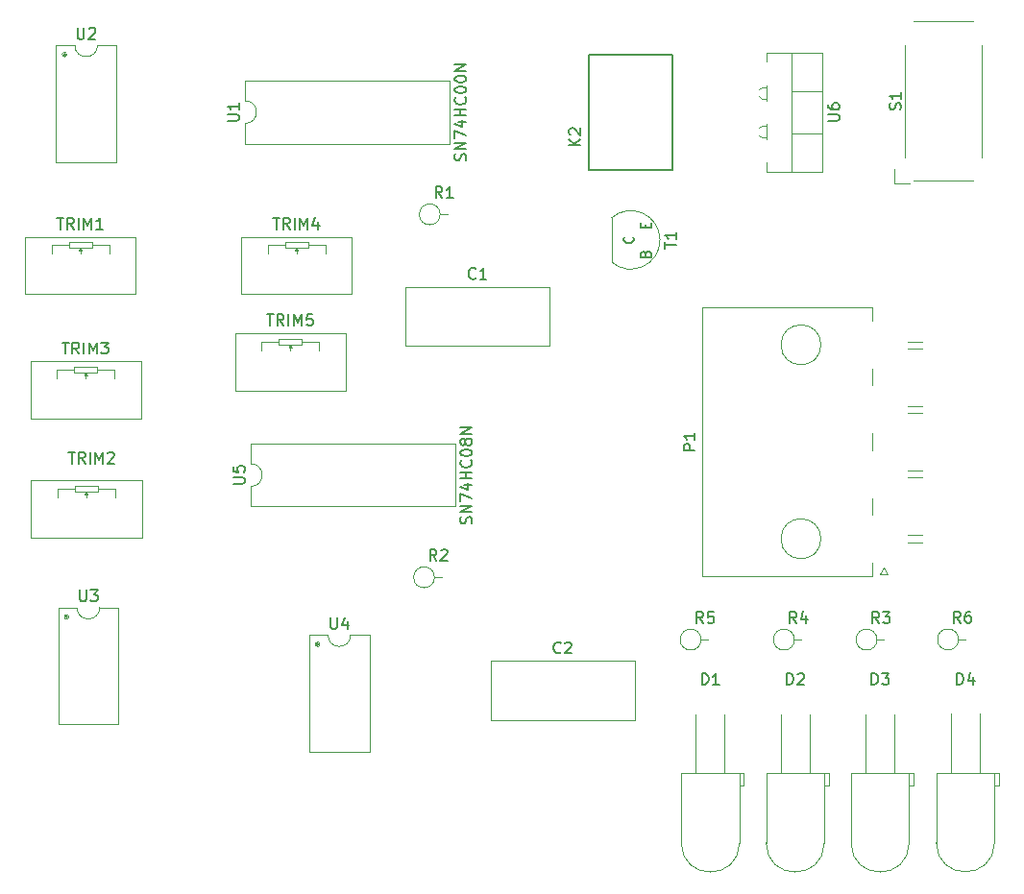
<source format=gbr>
%TF.GenerationSoftware,KiCad,Pcbnew,9.0.4*%
%TF.CreationDate,2025-09-28T20:49:05+05:30*%
%TF.ProjectId,BSPD_v2,42535044-5f76-4322-9e6b-696361645f70,rev?*%
%TF.SameCoordinates,Original*%
%TF.FileFunction,Legend,Top*%
%TF.FilePolarity,Positive*%
%FSLAX46Y46*%
G04 Gerber Fmt 4.6, Leading zero omitted, Abs format (unit mm)*
G04 Created by KiCad (PCBNEW 9.0.4) date 2025-09-28 20:49:05*
%MOMM*%
%LPD*%
G01*
G04 APERTURE LIST*
%ADD10C,0.150000*%
%ADD11C,0.120000*%
%ADD12C,0.127000*%
G04 APERTURE END LIST*
D10*
X77428095Y-110624819D02*
X77428095Y-111434342D01*
X77428095Y-111434342D02*
X77475714Y-111529580D01*
X77475714Y-111529580D02*
X77523333Y-111577200D01*
X77523333Y-111577200D02*
X77618571Y-111624819D01*
X77618571Y-111624819D02*
X77809047Y-111624819D01*
X77809047Y-111624819D02*
X77904285Y-111577200D01*
X77904285Y-111577200D02*
X77951904Y-111529580D01*
X77951904Y-111529580D02*
X77999523Y-111434342D01*
X77999523Y-111434342D02*
X77999523Y-110624819D01*
X78380476Y-110624819D02*
X78999523Y-110624819D01*
X78999523Y-110624819D02*
X78666190Y-111005771D01*
X78666190Y-111005771D02*
X78809047Y-111005771D01*
X78809047Y-111005771D02*
X78904285Y-111053390D01*
X78904285Y-111053390D02*
X78951904Y-111101009D01*
X78951904Y-111101009D02*
X78999523Y-111196247D01*
X78999523Y-111196247D02*
X78999523Y-111434342D01*
X78999523Y-111434342D02*
X78951904Y-111529580D01*
X78951904Y-111529580D02*
X78904285Y-111577200D01*
X78904285Y-111577200D02*
X78809047Y-111624819D01*
X78809047Y-111624819D02*
X78523333Y-111624819D01*
X78523333Y-111624819D02*
X78428095Y-111577200D01*
X78428095Y-111577200D02*
X78380476Y-111529580D01*
X77238095Y-61044819D02*
X77238095Y-61854342D01*
X77238095Y-61854342D02*
X77285714Y-61949580D01*
X77285714Y-61949580D02*
X77333333Y-61997200D01*
X77333333Y-61997200D02*
X77428571Y-62044819D01*
X77428571Y-62044819D02*
X77619047Y-62044819D01*
X77619047Y-62044819D02*
X77714285Y-61997200D01*
X77714285Y-61997200D02*
X77761904Y-61949580D01*
X77761904Y-61949580D02*
X77809523Y-61854342D01*
X77809523Y-61854342D02*
X77809523Y-61044819D01*
X78238095Y-61140057D02*
X78285714Y-61092438D01*
X78285714Y-61092438D02*
X78380952Y-61044819D01*
X78380952Y-61044819D02*
X78619047Y-61044819D01*
X78619047Y-61044819D02*
X78714285Y-61092438D01*
X78714285Y-61092438D02*
X78761904Y-61140057D01*
X78761904Y-61140057D02*
X78809523Y-61235295D01*
X78809523Y-61235295D02*
X78809523Y-61330533D01*
X78809523Y-61330533D02*
X78761904Y-61473390D01*
X78761904Y-61473390D02*
X78190476Y-62044819D01*
X78190476Y-62044819D02*
X78809523Y-62044819D01*
X155063333Y-113509819D02*
X154730000Y-113033628D01*
X154491905Y-113509819D02*
X154491905Y-112509819D01*
X154491905Y-112509819D02*
X154872857Y-112509819D01*
X154872857Y-112509819D02*
X154968095Y-112557438D01*
X154968095Y-112557438D02*
X155015714Y-112605057D01*
X155015714Y-112605057D02*
X155063333Y-112700295D01*
X155063333Y-112700295D02*
X155063333Y-112843152D01*
X155063333Y-112843152D02*
X155015714Y-112938390D01*
X155015714Y-112938390D02*
X154968095Y-112986009D01*
X154968095Y-112986009D02*
X154872857Y-113033628D01*
X154872857Y-113033628D02*
X154491905Y-113033628D01*
X155920476Y-112509819D02*
X155730000Y-112509819D01*
X155730000Y-112509819D02*
X155634762Y-112557438D01*
X155634762Y-112557438D02*
X155587143Y-112605057D01*
X155587143Y-112605057D02*
X155491905Y-112747914D01*
X155491905Y-112747914D02*
X155444286Y-112938390D01*
X155444286Y-112938390D02*
X155444286Y-113319342D01*
X155444286Y-113319342D02*
X155491905Y-113414580D01*
X155491905Y-113414580D02*
X155539524Y-113462200D01*
X155539524Y-113462200D02*
X155634762Y-113509819D01*
X155634762Y-113509819D02*
X155825238Y-113509819D01*
X155825238Y-113509819D02*
X155920476Y-113462200D01*
X155920476Y-113462200D02*
X155968095Y-113414580D01*
X155968095Y-113414580D02*
X156015714Y-113319342D01*
X156015714Y-113319342D02*
X156015714Y-113081247D01*
X156015714Y-113081247D02*
X155968095Y-112986009D01*
X155968095Y-112986009D02*
X155920476Y-112938390D01*
X155920476Y-112938390D02*
X155825238Y-112890771D01*
X155825238Y-112890771D02*
X155634762Y-112890771D01*
X155634762Y-112890771D02*
X155539524Y-112938390D01*
X155539524Y-112938390D02*
X155491905Y-112986009D01*
X155491905Y-112986009D02*
X155444286Y-113081247D01*
X121569819Y-71413094D02*
X120569819Y-71413094D01*
X121569819Y-70841666D02*
X120998390Y-71270237D01*
X120569819Y-70841666D02*
X121141247Y-71413094D01*
X120665057Y-70460713D02*
X120617438Y-70413094D01*
X120617438Y-70413094D02*
X120569819Y-70317856D01*
X120569819Y-70317856D02*
X120569819Y-70079761D01*
X120569819Y-70079761D02*
X120617438Y-69984523D01*
X120617438Y-69984523D02*
X120665057Y-69936904D01*
X120665057Y-69936904D02*
X120760295Y-69889285D01*
X120760295Y-69889285D02*
X120855533Y-69889285D01*
X120855533Y-69889285D02*
X120998390Y-69936904D01*
X120998390Y-69936904D02*
X121569819Y-70508332D01*
X121569819Y-70508332D02*
X121569819Y-69889285D01*
X154756905Y-118944819D02*
X154756905Y-117944819D01*
X154756905Y-117944819D02*
X154995000Y-117944819D01*
X154995000Y-117944819D02*
X155137857Y-117992438D01*
X155137857Y-117992438D02*
X155233095Y-118087676D01*
X155233095Y-118087676D02*
X155280714Y-118182914D01*
X155280714Y-118182914D02*
X155328333Y-118373390D01*
X155328333Y-118373390D02*
X155328333Y-118516247D01*
X155328333Y-118516247D02*
X155280714Y-118706723D01*
X155280714Y-118706723D02*
X155233095Y-118801961D01*
X155233095Y-118801961D02*
X155137857Y-118897200D01*
X155137857Y-118897200D02*
X154995000Y-118944819D01*
X154995000Y-118944819D02*
X154756905Y-118944819D01*
X156185476Y-118278152D02*
X156185476Y-118944819D01*
X155947381Y-117897200D02*
X155709286Y-118611485D01*
X155709286Y-118611485D02*
X156328333Y-118611485D01*
X131654819Y-98288094D02*
X130654819Y-98288094D01*
X130654819Y-98288094D02*
X130654819Y-97907142D01*
X130654819Y-97907142D02*
X130702438Y-97811904D01*
X130702438Y-97811904D02*
X130750057Y-97764285D01*
X130750057Y-97764285D02*
X130845295Y-97716666D01*
X130845295Y-97716666D02*
X130988152Y-97716666D01*
X130988152Y-97716666D02*
X131083390Y-97764285D01*
X131083390Y-97764285D02*
X131131009Y-97811904D01*
X131131009Y-97811904D02*
X131178628Y-97907142D01*
X131178628Y-97907142D02*
X131178628Y-98288094D01*
X131654819Y-96764285D02*
X131654819Y-97335713D01*
X131654819Y-97049999D02*
X130654819Y-97049999D01*
X130654819Y-97049999D02*
X130797676Y-97145237D01*
X130797676Y-97145237D02*
X130892914Y-97240475D01*
X130892914Y-97240475D02*
X130940533Y-97335713D01*
X147883333Y-113534819D02*
X147550000Y-113058628D01*
X147311905Y-113534819D02*
X147311905Y-112534819D01*
X147311905Y-112534819D02*
X147692857Y-112534819D01*
X147692857Y-112534819D02*
X147788095Y-112582438D01*
X147788095Y-112582438D02*
X147835714Y-112630057D01*
X147835714Y-112630057D02*
X147883333Y-112725295D01*
X147883333Y-112725295D02*
X147883333Y-112868152D01*
X147883333Y-112868152D02*
X147835714Y-112963390D01*
X147835714Y-112963390D02*
X147788095Y-113011009D01*
X147788095Y-113011009D02*
X147692857Y-113058628D01*
X147692857Y-113058628D02*
X147311905Y-113058628D01*
X148216667Y-112534819D02*
X148835714Y-112534819D01*
X148835714Y-112534819D02*
X148502381Y-112915771D01*
X148502381Y-112915771D02*
X148645238Y-112915771D01*
X148645238Y-112915771D02*
X148740476Y-112963390D01*
X148740476Y-112963390D02*
X148788095Y-113011009D01*
X148788095Y-113011009D02*
X148835714Y-113106247D01*
X148835714Y-113106247D02*
X148835714Y-113344342D01*
X148835714Y-113344342D02*
X148788095Y-113439580D01*
X148788095Y-113439580D02*
X148740476Y-113487200D01*
X148740476Y-113487200D02*
X148645238Y-113534819D01*
X148645238Y-113534819D02*
X148359524Y-113534819D01*
X148359524Y-113534819D02*
X148264286Y-113487200D01*
X148264286Y-113487200D02*
X148216667Y-113439580D01*
X140603333Y-113534819D02*
X140270000Y-113058628D01*
X140031905Y-113534819D02*
X140031905Y-112534819D01*
X140031905Y-112534819D02*
X140412857Y-112534819D01*
X140412857Y-112534819D02*
X140508095Y-112582438D01*
X140508095Y-112582438D02*
X140555714Y-112630057D01*
X140555714Y-112630057D02*
X140603333Y-112725295D01*
X140603333Y-112725295D02*
X140603333Y-112868152D01*
X140603333Y-112868152D02*
X140555714Y-112963390D01*
X140555714Y-112963390D02*
X140508095Y-113011009D01*
X140508095Y-113011009D02*
X140412857Y-113058628D01*
X140412857Y-113058628D02*
X140031905Y-113058628D01*
X141460476Y-112868152D02*
X141460476Y-113534819D01*
X141222381Y-112487200D02*
X140984286Y-113201485D01*
X140984286Y-113201485D02*
X141603333Y-113201485D01*
X132383333Y-113534819D02*
X132050000Y-113058628D01*
X131811905Y-113534819D02*
X131811905Y-112534819D01*
X131811905Y-112534819D02*
X132192857Y-112534819D01*
X132192857Y-112534819D02*
X132288095Y-112582438D01*
X132288095Y-112582438D02*
X132335714Y-112630057D01*
X132335714Y-112630057D02*
X132383333Y-112725295D01*
X132383333Y-112725295D02*
X132383333Y-112868152D01*
X132383333Y-112868152D02*
X132335714Y-112963390D01*
X132335714Y-112963390D02*
X132288095Y-113011009D01*
X132288095Y-113011009D02*
X132192857Y-113058628D01*
X132192857Y-113058628D02*
X131811905Y-113058628D01*
X133288095Y-112534819D02*
X132811905Y-112534819D01*
X132811905Y-112534819D02*
X132764286Y-113011009D01*
X132764286Y-113011009D02*
X132811905Y-112963390D01*
X132811905Y-112963390D02*
X132907143Y-112915771D01*
X132907143Y-112915771D02*
X133145238Y-112915771D01*
X133145238Y-112915771D02*
X133240476Y-112963390D01*
X133240476Y-112963390D02*
X133288095Y-113011009D01*
X133288095Y-113011009D02*
X133335714Y-113106247D01*
X133335714Y-113106247D02*
X133335714Y-113344342D01*
X133335714Y-113344342D02*
X133288095Y-113439580D01*
X133288095Y-113439580D02*
X133240476Y-113487200D01*
X133240476Y-113487200D02*
X133145238Y-113534819D01*
X133145238Y-113534819D02*
X132907143Y-113534819D01*
X132907143Y-113534819D02*
X132811905Y-113487200D01*
X132811905Y-113487200D02*
X132764286Y-113439580D01*
X147236905Y-118969819D02*
X147236905Y-117969819D01*
X147236905Y-117969819D02*
X147475000Y-117969819D01*
X147475000Y-117969819D02*
X147617857Y-118017438D01*
X147617857Y-118017438D02*
X147713095Y-118112676D01*
X147713095Y-118112676D02*
X147760714Y-118207914D01*
X147760714Y-118207914D02*
X147808333Y-118398390D01*
X147808333Y-118398390D02*
X147808333Y-118541247D01*
X147808333Y-118541247D02*
X147760714Y-118731723D01*
X147760714Y-118731723D02*
X147713095Y-118826961D01*
X147713095Y-118826961D02*
X147617857Y-118922200D01*
X147617857Y-118922200D02*
X147475000Y-118969819D01*
X147475000Y-118969819D02*
X147236905Y-118969819D01*
X148141667Y-117969819D02*
X148760714Y-117969819D01*
X148760714Y-117969819D02*
X148427381Y-118350771D01*
X148427381Y-118350771D02*
X148570238Y-118350771D01*
X148570238Y-118350771D02*
X148665476Y-118398390D01*
X148665476Y-118398390D02*
X148713095Y-118446009D01*
X148713095Y-118446009D02*
X148760714Y-118541247D01*
X148760714Y-118541247D02*
X148760714Y-118779342D01*
X148760714Y-118779342D02*
X148713095Y-118874580D01*
X148713095Y-118874580D02*
X148665476Y-118922200D01*
X148665476Y-118922200D02*
X148570238Y-118969819D01*
X148570238Y-118969819D02*
X148284524Y-118969819D01*
X148284524Y-118969819D02*
X148189286Y-118922200D01*
X148189286Y-118922200D02*
X148141667Y-118874580D01*
X139756905Y-118969819D02*
X139756905Y-117969819D01*
X139756905Y-117969819D02*
X139995000Y-117969819D01*
X139995000Y-117969819D02*
X140137857Y-118017438D01*
X140137857Y-118017438D02*
X140233095Y-118112676D01*
X140233095Y-118112676D02*
X140280714Y-118207914D01*
X140280714Y-118207914D02*
X140328333Y-118398390D01*
X140328333Y-118398390D02*
X140328333Y-118541247D01*
X140328333Y-118541247D02*
X140280714Y-118731723D01*
X140280714Y-118731723D02*
X140233095Y-118826961D01*
X140233095Y-118826961D02*
X140137857Y-118922200D01*
X140137857Y-118922200D02*
X139995000Y-118969819D01*
X139995000Y-118969819D02*
X139756905Y-118969819D01*
X140709286Y-118065057D02*
X140756905Y-118017438D01*
X140756905Y-118017438D02*
X140852143Y-117969819D01*
X140852143Y-117969819D02*
X141090238Y-117969819D01*
X141090238Y-117969819D02*
X141185476Y-118017438D01*
X141185476Y-118017438D02*
X141233095Y-118065057D01*
X141233095Y-118065057D02*
X141280714Y-118160295D01*
X141280714Y-118160295D02*
X141280714Y-118255533D01*
X141280714Y-118255533D02*
X141233095Y-118398390D01*
X141233095Y-118398390D02*
X140661667Y-118969819D01*
X140661667Y-118969819D02*
X141280714Y-118969819D01*
X109383333Y-76034819D02*
X109050000Y-75558628D01*
X108811905Y-76034819D02*
X108811905Y-75034819D01*
X108811905Y-75034819D02*
X109192857Y-75034819D01*
X109192857Y-75034819D02*
X109288095Y-75082438D01*
X109288095Y-75082438D02*
X109335714Y-75130057D01*
X109335714Y-75130057D02*
X109383333Y-75225295D01*
X109383333Y-75225295D02*
X109383333Y-75368152D01*
X109383333Y-75368152D02*
X109335714Y-75463390D01*
X109335714Y-75463390D02*
X109288095Y-75511009D01*
X109288095Y-75511009D02*
X109192857Y-75558628D01*
X109192857Y-75558628D02*
X108811905Y-75558628D01*
X110335714Y-76034819D02*
X109764286Y-76034819D01*
X110050000Y-76034819D02*
X110050000Y-75034819D01*
X110050000Y-75034819D02*
X109954762Y-75177676D01*
X109954762Y-75177676D02*
X109859524Y-75272914D01*
X109859524Y-75272914D02*
X109764286Y-75320533D01*
X99548095Y-113044819D02*
X99548095Y-113854342D01*
X99548095Y-113854342D02*
X99595714Y-113949580D01*
X99595714Y-113949580D02*
X99643333Y-113997200D01*
X99643333Y-113997200D02*
X99738571Y-114044819D01*
X99738571Y-114044819D02*
X99929047Y-114044819D01*
X99929047Y-114044819D02*
X100024285Y-113997200D01*
X100024285Y-113997200D02*
X100071904Y-113949580D01*
X100071904Y-113949580D02*
X100119523Y-113854342D01*
X100119523Y-113854342D02*
X100119523Y-113044819D01*
X101024285Y-113378152D02*
X101024285Y-114044819D01*
X100786190Y-112997200D02*
X100548095Y-113711485D01*
X100548095Y-113711485D02*
X101167142Y-113711485D01*
X143373119Y-69261904D02*
X144182642Y-69261904D01*
X144182642Y-69261904D02*
X144277880Y-69214285D01*
X144277880Y-69214285D02*
X144325500Y-69166666D01*
X144325500Y-69166666D02*
X144373119Y-69071428D01*
X144373119Y-69071428D02*
X144373119Y-68880952D01*
X144373119Y-68880952D02*
X144325500Y-68785714D01*
X144325500Y-68785714D02*
X144277880Y-68738095D01*
X144277880Y-68738095D02*
X144182642Y-68690476D01*
X144182642Y-68690476D02*
X143373119Y-68690476D01*
X143373119Y-67785714D02*
X143373119Y-67976190D01*
X143373119Y-67976190D02*
X143420738Y-68071428D01*
X143420738Y-68071428D02*
X143468357Y-68119047D01*
X143468357Y-68119047D02*
X143611214Y-68214285D01*
X143611214Y-68214285D02*
X143801690Y-68261904D01*
X143801690Y-68261904D02*
X144182642Y-68261904D01*
X144182642Y-68261904D02*
X144277880Y-68214285D01*
X144277880Y-68214285D02*
X144325500Y-68166666D01*
X144325500Y-68166666D02*
X144373119Y-68071428D01*
X144373119Y-68071428D02*
X144373119Y-67880952D01*
X144373119Y-67880952D02*
X144325500Y-67785714D01*
X144325500Y-67785714D02*
X144277880Y-67738095D01*
X144277880Y-67738095D02*
X144182642Y-67690476D01*
X144182642Y-67690476D02*
X143944547Y-67690476D01*
X143944547Y-67690476D02*
X143849309Y-67738095D01*
X143849309Y-67738095D02*
X143801690Y-67785714D01*
X143801690Y-67785714D02*
X143754071Y-67880952D01*
X143754071Y-67880952D02*
X143754071Y-68071428D01*
X143754071Y-68071428D02*
X143801690Y-68166666D01*
X143801690Y-68166666D02*
X143849309Y-68214285D01*
X143849309Y-68214285D02*
X143944547Y-68261904D01*
X75888572Y-88794819D02*
X76460000Y-88794819D01*
X76174286Y-89794819D02*
X76174286Y-88794819D01*
X77364762Y-89794819D02*
X77031429Y-89318628D01*
X76793334Y-89794819D02*
X76793334Y-88794819D01*
X76793334Y-88794819D02*
X77174286Y-88794819D01*
X77174286Y-88794819D02*
X77269524Y-88842438D01*
X77269524Y-88842438D02*
X77317143Y-88890057D01*
X77317143Y-88890057D02*
X77364762Y-88985295D01*
X77364762Y-88985295D02*
X77364762Y-89128152D01*
X77364762Y-89128152D02*
X77317143Y-89223390D01*
X77317143Y-89223390D02*
X77269524Y-89271009D01*
X77269524Y-89271009D02*
X77174286Y-89318628D01*
X77174286Y-89318628D02*
X76793334Y-89318628D01*
X77793334Y-89794819D02*
X77793334Y-88794819D01*
X78269524Y-89794819D02*
X78269524Y-88794819D01*
X78269524Y-88794819D02*
X78602857Y-89509104D01*
X78602857Y-89509104D02*
X78936190Y-88794819D01*
X78936190Y-88794819D02*
X78936190Y-89794819D01*
X79317143Y-88794819D02*
X79936190Y-88794819D01*
X79936190Y-88794819D02*
X79602857Y-89175771D01*
X79602857Y-89175771D02*
X79745714Y-89175771D01*
X79745714Y-89175771D02*
X79840952Y-89223390D01*
X79840952Y-89223390D02*
X79888571Y-89271009D01*
X79888571Y-89271009D02*
X79936190Y-89366247D01*
X79936190Y-89366247D02*
X79936190Y-89604342D01*
X79936190Y-89604342D02*
X79888571Y-89699580D01*
X79888571Y-89699580D02*
X79840952Y-89747200D01*
X79840952Y-89747200D02*
X79745714Y-89794819D01*
X79745714Y-89794819D02*
X79460000Y-89794819D01*
X79460000Y-89794819D02*
X79364762Y-89747200D01*
X79364762Y-89747200D02*
X79317143Y-89699580D01*
X94468572Y-77794819D02*
X95040000Y-77794819D01*
X94754286Y-78794819D02*
X94754286Y-77794819D01*
X95944762Y-78794819D02*
X95611429Y-78318628D01*
X95373334Y-78794819D02*
X95373334Y-77794819D01*
X95373334Y-77794819D02*
X95754286Y-77794819D01*
X95754286Y-77794819D02*
X95849524Y-77842438D01*
X95849524Y-77842438D02*
X95897143Y-77890057D01*
X95897143Y-77890057D02*
X95944762Y-77985295D01*
X95944762Y-77985295D02*
X95944762Y-78128152D01*
X95944762Y-78128152D02*
X95897143Y-78223390D01*
X95897143Y-78223390D02*
X95849524Y-78271009D01*
X95849524Y-78271009D02*
X95754286Y-78318628D01*
X95754286Y-78318628D02*
X95373334Y-78318628D01*
X96373334Y-78794819D02*
X96373334Y-77794819D01*
X96849524Y-78794819D02*
X96849524Y-77794819D01*
X96849524Y-77794819D02*
X97182857Y-78509104D01*
X97182857Y-78509104D02*
X97516190Y-77794819D01*
X97516190Y-77794819D02*
X97516190Y-78794819D01*
X98420952Y-78128152D02*
X98420952Y-78794819D01*
X98182857Y-77747200D02*
X97944762Y-78461485D01*
X97944762Y-78461485D02*
X98563809Y-78461485D01*
X93938572Y-86294819D02*
X94510000Y-86294819D01*
X94224286Y-87294819D02*
X94224286Y-86294819D01*
X95414762Y-87294819D02*
X95081429Y-86818628D01*
X94843334Y-87294819D02*
X94843334Y-86294819D01*
X94843334Y-86294819D02*
X95224286Y-86294819D01*
X95224286Y-86294819D02*
X95319524Y-86342438D01*
X95319524Y-86342438D02*
X95367143Y-86390057D01*
X95367143Y-86390057D02*
X95414762Y-86485295D01*
X95414762Y-86485295D02*
X95414762Y-86628152D01*
X95414762Y-86628152D02*
X95367143Y-86723390D01*
X95367143Y-86723390D02*
X95319524Y-86771009D01*
X95319524Y-86771009D02*
X95224286Y-86818628D01*
X95224286Y-86818628D02*
X94843334Y-86818628D01*
X95843334Y-87294819D02*
X95843334Y-86294819D01*
X96319524Y-87294819D02*
X96319524Y-86294819D01*
X96319524Y-86294819D02*
X96652857Y-87009104D01*
X96652857Y-87009104D02*
X96986190Y-86294819D01*
X96986190Y-86294819D02*
X96986190Y-87294819D01*
X97938571Y-86294819D02*
X97462381Y-86294819D01*
X97462381Y-86294819D02*
X97414762Y-86771009D01*
X97414762Y-86771009D02*
X97462381Y-86723390D01*
X97462381Y-86723390D02*
X97557619Y-86675771D01*
X97557619Y-86675771D02*
X97795714Y-86675771D01*
X97795714Y-86675771D02*
X97890952Y-86723390D01*
X97890952Y-86723390D02*
X97938571Y-86771009D01*
X97938571Y-86771009D02*
X97986190Y-86866247D01*
X97986190Y-86866247D02*
X97986190Y-87104342D01*
X97986190Y-87104342D02*
X97938571Y-87199580D01*
X97938571Y-87199580D02*
X97890952Y-87247200D01*
X97890952Y-87247200D02*
X97795714Y-87294819D01*
X97795714Y-87294819D02*
X97557619Y-87294819D01*
X97557619Y-87294819D02*
X97462381Y-87247200D01*
X97462381Y-87247200D02*
X97414762Y-87199580D01*
X90464819Y-69251904D02*
X91274342Y-69251904D01*
X91274342Y-69251904D02*
X91369580Y-69204285D01*
X91369580Y-69204285D02*
X91417200Y-69156666D01*
X91417200Y-69156666D02*
X91464819Y-69061428D01*
X91464819Y-69061428D02*
X91464819Y-68870952D01*
X91464819Y-68870952D02*
X91417200Y-68775714D01*
X91417200Y-68775714D02*
X91369580Y-68728095D01*
X91369580Y-68728095D02*
X91274342Y-68680476D01*
X91274342Y-68680476D02*
X90464819Y-68680476D01*
X91464819Y-67680476D02*
X91464819Y-68251904D01*
X91464819Y-67966190D02*
X90464819Y-67966190D01*
X90464819Y-67966190D02*
X90607676Y-68061428D01*
X90607676Y-68061428D02*
X90702914Y-68156666D01*
X90702914Y-68156666D02*
X90750533Y-68251904D01*
X111437200Y-72751904D02*
X111484819Y-72609047D01*
X111484819Y-72609047D02*
X111484819Y-72370952D01*
X111484819Y-72370952D02*
X111437200Y-72275714D01*
X111437200Y-72275714D02*
X111389580Y-72228095D01*
X111389580Y-72228095D02*
X111294342Y-72180476D01*
X111294342Y-72180476D02*
X111199104Y-72180476D01*
X111199104Y-72180476D02*
X111103866Y-72228095D01*
X111103866Y-72228095D02*
X111056247Y-72275714D01*
X111056247Y-72275714D02*
X111008628Y-72370952D01*
X111008628Y-72370952D02*
X110961009Y-72561428D01*
X110961009Y-72561428D02*
X110913390Y-72656666D01*
X110913390Y-72656666D02*
X110865771Y-72704285D01*
X110865771Y-72704285D02*
X110770533Y-72751904D01*
X110770533Y-72751904D02*
X110675295Y-72751904D01*
X110675295Y-72751904D02*
X110580057Y-72704285D01*
X110580057Y-72704285D02*
X110532438Y-72656666D01*
X110532438Y-72656666D02*
X110484819Y-72561428D01*
X110484819Y-72561428D02*
X110484819Y-72323333D01*
X110484819Y-72323333D02*
X110532438Y-72180476D01*
X111484819Y-71751904D02*
X110484819Y-71751904D01*
X110484819Y-71751904D02*
X111484819Y-71180476D01*
X111484819Y-71180476D02*
X110484819Y-71180476D01*
X110484819Y-70799523D02*
X110484819Y-70132857D01*
X110484819Y-70132857D02*
X111484819Y-70561428D01*
X110818152Y-69323333D02*
X111484819Y-69323333D01*
X110437200Y-69561428D02*
X111151485Y-69799523D01*
X111151485Y-69799523D02*
X111151485Y-69180476D01*
X111484819Y-68799523D02*
X110484819Y-68799523D01*
X110961009Y-68799523D02*
X110961009Y-68228095D01*
X111484819Y-68228095D02*
X110484819Y-68228095D01*
X111389580Y-67180476D02*
X111437200Y-67228095D01*
X111437200Y-67228095D02*
X111484819Y-67370952D01*
X111484819Y-67370952D02*
X111484819Y-67466190D01*
X111484819Y-67466190D02*
X111437200Y-67609047D01*
X111437200Y-67609047D02*
X111341961Y-67704285D01*
X111341961Y-67704285D02*
X111246723Y-67751904D01*
X111246723Y-67751904D02*
X111056247Y-67799523D01*
X111056247Y-67799523D02*
X110913390Y-67799523D01*
X110913390Y-67799523D02*
X110722914Y-67751904D01*
X110722914Y-67751904D02*
X110627676Y-67704285D01*
X110627676Y-67704285D02*
X110532438Y-67609047D01*
X110532438Y-67609047D02*
X110484819Y-67466190D01*
X110484819Y-67466190D02*
X110484819Y-67370952D01*
X110484819Y-67370952D02*
X110532438Y-67228095D01*
X110532438Y-67228095D02*
X110580057Y-67180476D01*
X110484819Y-66561428D02*
X110484819Y-66466190D01*
X110484819Y-66466190D02*
X110532438Y-66370952D01*
X110532438Y-66370952D02*
X110580057Y-66323333D01*
X110580057Y-66323333D02*
X110675295Y-66275714D01*
X110675295Y-66275714D02*
X110865771Y-66228095D01*
X110865771Y-66228095D02*
X111103866Y-66228095D01*
X111103866Y-66228095D02*
X111294342Y-66275714D01*
X111294342Y-66275714D02*
X111389580Y-66323333D01*
X111389580Y-66323333D02*
X111437200Y-66370952D01*
X111437200Y-66370952D02*
X111484819Y-66466190D01*
X111484819Y-66466190D02*
X111484819Y-66561428D01*
X111484819Y-66561428D02*
X111437200Y-66656666D01*
X111437200Y-66656666D02*
X111389580Y-66704285D01*
X111389580Y-66704285D02*
X111294342Y-66751904D01*
X111294342Y-66751904D02*
X111103866Y-66799523D01*
X111103866Y-66799523D02*
X110865771Y-66799523D01*
X110865771Y-66799523D02*
X110675295Y-66751904D01*
X110675295Y-66751904D02*
X110580057Y-66704285D01*
X110580057Y-66704285D02*
X110532438Y-66656666D01*
X110532438Y-66656666D02*
X110484819Y-66561428D01*
X110484819Y-65609047D02*
X110484819Y-65513809D01*
X110484819Y-65513809D02*
X110532438Y-65418571D01*
X110532438Y-65418571D02*
X110580057Y-65370952D01*
X110580057Y-65370952D02*
X110675295Y-65323333D01*
X110675295Y-65323333D02*
X110865771Y-65275714D01*
X110865771Y-65275714D02*
X111103866Y-65275714D01*
X111103866Y-65275714D02*
X111294342Y-65323333D01*
X111294342Y-65323333D02*
X111389580Y-65370952D01*
X111389580Y-65370952D02*
X111437200Y-65418571D01*
X111437200Y-65418571D02*
X111484819Y-65513809D01*
X111484819Y-65513809D02*
X111484819Y-65609047D01*
X111484819Y-65609047D02*
X111437200Y-65704285D01*
X111437200Y-65704285D02*
X111389580Y-65751904D01*
X111389580Y-65751904D02*
X111294342Y-65799523D01*
X111294342Y-65799523D02*
X111103866Y-65847142D01*
X111103866Y-65847142D02*
X110865771Y-65847142D01*
X110865771Y-65847142D02*
X110675295Y-65799523D01*
X110675295Y-65799523D02*
X110580057Y-65751904D01*
X110580057Y-65751904D02*
X110532438Y-65704285D01*
X110532438Y-65704285D02*
X110484819Y-65609047D01*
X111484819Y-64847142D02*
X110484819Y-64847142D01*
X110484819Y-64847142D02*
X111484819Y-64275714D01*
X111484819Y-64275714D02*
X110484819Y-64275714D01*
X90964819Y-101251904D02*
X91774342Y-101251904D01*
X91774342Y-101251904D02*
X91869580Y-101204285D01*
X91869580Y-101204285D02*
X91917200Y-101156666D01*
X91917200Y-101156666D02*
X91964819Y-101061428D01*
X91964819Y-101061428D02*
X91964819Y-100870952D01*
X91964819Y-100870952D02*
X91917200Y-100775714D01*
X91917200Y-100775714D02*
X91869580Y-100728095D01*
X91869580Y-100728095D02*
X91774342Y-100680476D01*
X91774342Y-100680476D02*
X90964819Y-100680476D01*
X90964819Y-99728095D02*
X90964819Y-100204285D01*
X90964819Y-100204285D02*
X91441009Y-100251904D01*
X91441009Y-100251904D02*
X91393390Y-100204285D01*
X91393390Y-100204285D02*
X91345771Y-100109047D01*
X91345771Y-100109047D02*
X91345771Y-99870952D01*
X91345771Y-99870952D02*
X91393390Y-99775714D01*
X91393390Y-99775714D02*
X91441009Y-99728095D01*
X91441009Y-99728095D02*
X91536247Y-99680476D01*
X91536247Y-99680476D02*
X91774342Y-99680476D01*
X91774342Y-99680476D02*
X91869580Y-99728095D01*
X91869580Y-99728095D02*
X91917200Y-99775714D01*
X91917200Y-99775714D02*
X91964819Y-99870952D01*
X91964819Y-99870952D02*
X91964819Y-100109047D01*
X91964819Y-100109047D02*
X91917200Y-100204285D01*
X91917200Y-100204285D02*
X91869580Y-100251904D01*
X111937200Y-104751904D02*
X111984819Y-104609047D01*
X111984819Y-104609047D02*
X111984819Y-104370952D01*
X111984819Y-104370952D02*
X111937200Y-104275714D01*
X111937200Y-104275714D02*
X111889580Y-104228095D01*
X111889580Y-104228095D02*
X111794342Y-104180476D01*
X111794342Y-104180476D02*
X111699104Y-104180476D01*
X111699104Y-104180476D02*
X111603866Y-104228095D01*
X111603866Y-104228095D02*
X111556247Y-104275714D01*
X111556247Y-104275714D02*
X111508628Y-104370952D01*
X111508628Y-104370952D02*
X111461009Y-104561428D01*
X111461009Y-104561428D02*
X111413390Y-104656666D01*
X111413390Y-104656666D02*
X111365771Y-104704285D01*
X111365771Y-104704285D02*
X111270533Y-104751904D01*
X111270533Y-104751904D02*
X111175295Y-104751904D01*
X111175295Y-104751904D02*
X111080057Y-104704285D01*
X111080057Y-104704285D02*
X111032438Y-104656666D01*
X111032438Y-104656666D02*
X110984819Y-104561428D01*
X110984819Y-104561428D02*
X110984819Y-104323333D01*
X110984819Y-104323333D02*
X111032438Y-104180476D01*
X111984819Y-103751904D02*
X110984819Y-103751904D01*
X110984819Y-103751904D02*
X111984819Y-103180476D01*
X111984819Y-103180476D02*
X110984819Y-103180476D01*
X110984819Y-102799523D02*
X110984819Y-102132857D01*
X110984819Y-102132857D02*
X111984819Y-102561428D01*
X111318152Y-101323333D02*
X111984819Y-101323333D01*
X110937200Y-101561428D02*
X111651485Y-101799523D01*
X111651485Y-101799523D02*
X111651485Y-101180476D01*
X111984819Y-100799523D02*
X110984819Y-100799523D01*
X111461009Y-100799523D02*
X111461009Y-100228095D01*
X111984819Y-100228095D02*
X110984819Y-100228095D01*
X111889580Y-99180476D02*
X111937200Y-99228095D01*
X111937200Y-99228095D02*
X111984819Y-99370952D01*
X111984819Y-99370952D02*
X111984819Y-99466190D01*
X111984819Y-99466190D02*
X111937200Y-99609047D01*
X111937200Y-99609047D02*
X111841961Y-99704285D01*
X111841961Y-99704285D02*
X111746723Y-99751904D01*
X111746723Y-99751904D02*
X111556247Y-99799523D01*
X111556247Y-99799523D02*
X111413390Y-99799523D01*
X111413390Y-99799523D02*
X111222914Y-99751904D01*
X111222914Y-99751904D02*
X111127676Y-99704285D01*
X111127676Y-99704285D02*
X111032438Y-99609047D01*
X111032438Y-99609047D02*
X110984819Y-99466190D01*
X110984819Y-99466190D02*
X110984819Y-99370952D01*
X110984819Y-99370952D02*
X111032438Y-99228095D01*
X111032438Y-99228095D02*
X111080057Y-99180476D01*
X110984819Y-98561428D02*
X110984819Y-98466190D01*
X110984819Y-98466190D02*
X111032438Y-98370952D01*
X111032438Y-98370952D02*
X111080057Y-98323333D01*
X111080057Y-98323333D02*
X111175295Y-98275714D01*
X111175295Y-98275714D02*
X111365771Y-98228095D01*
X111365771Y-98228095D02*
X111603866Y-98228095D01*
X111603866Y-98228095D02*
X111794342Y-98275714D01*
X111794342Y-98275714D02*
X111889580Y-98323333D01*
X111889580Y-98323333D02*
X111937200Y-98370952D01*
X111937200Y-98370952D02*
X111984819Y-98466190D01*
X111984819Y-98466190D02*
X111984819Y-98561428D01*
X111984819Y-98561428D02*
X111937200Y-98656666D01*
X111937200Y-98656666D02*
X111889580Y-98704285D01*
X111889580Y-98704285D02*
X111794342Y-98751904D01*
X111794342Y-98751904D02*
X111603866Y-98799523D01*
X111603866Y-98799523D02*
X111365771Y-98799523D01*
X111365771Y-98799523D02*
X111175295Y-98751904D01*
X111175295Y-98751904D02*
X111080057Y-98704285D01*
X111080057Y-98704285D02*
X111032438Y-98656666D01*
X111032438Y-98656666D02*
X110984819Y-98561428D01*
X111413390Y-97656666D02*
X111365771Y-97751904D01*
X111365771Y-97751904D02*
X111318152Y-97799523D01*
X111318152Y-97799523D02*
X111222914Y-97847142D01*
X111222914Y-97847142D02*
X111175295Y-97847142D01*
X111175295Y-97847142D02*
X111080057Y-97799523D01*
X111080057Y-97799523D02*
X111032438Y-97751904D01*
X111032438Y-97751904D02*
X110984819Y-97656666D01*
X110984819Y-97656666D02*
X110984819Y-97466190D01*
X110984819Y-97466190D02*
X111032438Y-97370952D01*
X111032438Y-97370952D02*
X111080057Y-97323333D01*
X111080057Y-97323333D02*
X111175295Y-97275714D01*
X111175295Y-97275714D02*
X111222914Y-97275714D01*
X111222914Y-97275714D02*
X111318152Y-97323333D01*
X111318152Y-97323333D02*
X111365771Y-97370952D01*
X111365771Y-97370952D02*
X111413390Y-97466190D01*
X111413390Y-97466190D02*
X111413390Y-97656666D01*
X111413390Y-97656666D02*
X111461009Y-97751904D01*
X111461009Y-97751904D02*
X111508628Y-97799523D01*
X111508628Y-97799523D02*
X111603866Y-97847142D01*
X111603866Y-97847142D02*
X111794342Y-97847142D01*
X111794342Y-97847142D02*
X111889580Y-97799523D01*
X111889580Y-97799523D02*
X111937200Y-97751904D01*
X111937200Y-97751904D02*
X111984819Y-97656666D01*
X111984819Y-97656666D02*
X111984819Y-97466190D01*
X111984819Y-97466190D02*
X111937200Y-97370952D01*
X111937200Y-97370952D02*
X111889580Y-97323333D01*
X111889580Y-97323333D02*
X111794342Y-97275714D01*
X111794342Y-97275714D02*
X111603866Y-97275714D01*
X111603866Y-97275714D02*
X111508628Y-97323333D01*
X111508628Y-97323333D02*
X111461009Y-97370952D01*
X111461009Y-97370952D02*
X111413390Y-97466190D01*
X111984819Y-96847142D02*
X110984819Y-96847142D01*
X110984819Y-96847142D02*
X111984819Y-96275714D01*
X111984819Y-96275714D02*
X110984819Y-96275714D01*
X108883333Y-108034819D02*
X108550000Y-107558628D01*
X108311905Y-108034819D02*
X108311905Y-107034819D01*
X108311905Y-107034819D02*
X108692857Y-107034819D01*
X108692857Y-107034819D02*
X108788095Y-107082438D01*
X108788095Y-107082438D02*
X108835714Y-107130057D01*
X108835714Y-107130057D02*
X108883333Y-107225295D01*
X108883333Y-107225295D02*
X108883333Y-107368152D01*
X108883333Y-107368152D02*
X108835714Y-107463390D01*
X108835714Y-107463390D02*
X108788095Y-107511009D01*
X108788095Y-107511009D02*
X108692857Y-107558628D01*
X108692857Y-107558628D02*
X108311905Y-107558628D01*
X109264286Y-107130057D02*
X109311905Y-107082438D01*
X109311905Y-107082438D02*
X109407143Y-107034819D01*
X109407143Y-107034819D02*
X109645238Y-107034819D01*
X109645238Y-107034819D02*
X109740476Y-107082438D01*
X109740476Y-107082438D02*
X109788095Y-107130057D01*
X109788095Y-107130057D02*
X109835714Y-107225295D01*
X109835714Y-107225295D02*
X109835714Y-107320533D01*
X109835714Y-107320533D02*
X109788095Y-107463390D01*
X109788095Y-107463390D02*
X109216667Y-108034819D01*
X109216667Y-108034819D02*
X109835714Y-108034819D01*
X76428572Y-98454819D02*
X77000000Y-98454819D01*
X76714286Y-99454819D02*
X76714286Y-98454819D01*
X77904762Y-99454819D02*
X77571429Y-98978628D01*
X77333334Y-99454819D02*
X77333334Y-98454819D01*
X77333334Y-98454819D02*
X77714286Y-98454819D01*
X77714286Y-98454819D02*
X77809524Y-98502438D01*
X77809524Y-98502438D02*
X77857143Y-98550057D01*
X77857143Y-98550057D02*
X77904762Y-98645295D01*
X77904762Y-98645295D02*
X77904762Y-98788152D01*
X77904762Y-98788152D02*
X77857143Y-98883390D01*
X77857143Y-98883390D02*
X77809524Y-98931009D01*
X77809524Y-98931009D02*
X77714286Y-98978628D01*
X77714286Y-98978628D02*
X77333334Y-98978628D01*
X78333334Y-99454819D02*
X78333334Y-98454819D01*
X78809524Y-99454819D02*
X78809524Y-98454819D01*
X78809524Y-98454819D02*
X79142857Y-99169104D01*
X79142857Y-99169104D02*
X79476190Y-98454819D01*
X79476190Y-98454819D02*
X79476190Y-99454819D01*
X79904762Y-98550057D02*
X79952381Y-98502438D01*
X79952381Y-98502438D02*
X80047619Y-98454819D01*
X80047619Y-98454819D02*
X80285714Y-98454819D01*
X80285714Y-98454819D02*
X80380952Y-98502438D01*
X80380952Y-98502438D02*
X80428571Y-98550057D01*
X80428571Y-98550057D02*
X80476190Y-98645295D01*
X80476190Y-98645295D02*
X80476190Y-98740533D01*
X80476190Y-98740533D02*
X80428571Y-98883390D01*
X80428571Y-98883390D02*
X79857143Y-99454819D01*
X79857143Y-99454819D02*
X80476190Y-99454819D01*
X129014819Y-80511904D02*
X129014819Y-79940476D01*
X130014819Y-80226190D02*
X129014819Y-80226190D01*
X130014819Y-79083333D02*
X130014819Y-79654761D01*
X130014819Y-79369047D02*
X129014819Y-79369047D01*
X129014819Y-79369047D02*
X129157676Y-79464285D01*
X129157676Y-79464285D02*
X129252914Y-79559523D01*
X129252914Y-79559523D02*
X129300533Y-79654761D01*
X127334128Y-78672857D02*
X127334128Y-78372857D01*
X127805557Y-78244285D02*
X127805557Y-78672857D01*
X127805557Y-78672857D02*
X126905557Y-78672857D01*
X126905557Y-78672857D02*
X126905557Y-78244285D01*
X127334128Y-80955714D02*
X127376985Y-80827142D01*
X127376985Y-80827142D02*
X127419842Y-80784285D01*
X127419842Y-80784285D02*
X127505557Y-80741428D01*
X127505557Y-80741428D02*
X127634128Y-80741428D01*
X127634128Y-80741428D02*
X127719842Y-80784285D01*
X127719842Y-80784285D02*
X127762700Y-80827142D01*
X127762700Y-80827142D02*
X127805557Y-80912857D01*
X127805557Y-80912857D02*
X127805557Y-81255714D01*
X127805557Y-81255714D02*
X126905557Y-81255714D01*
X126905557Y-81255714D02*
X126905557Y-80955714D01*
X126905557Y-80955714D02*
X126948414Y-80870000D01*
X126948414Y-80870000D02*
X126991271Y-80827142D01*
X126991271Y-80827142D02*
X127076985Y-80784285D01*
X127076985Y-80784285D02*
X127162700Y-80784285D01*
X127162700Y-80784285D02*
X127248414Y-80827142D01*
X127248414Y-80827142D02*
X127291271Y-80870000D01*
X127291271Y-80870000D02*
X127334128Y-80955714D01*
X127334128Y-80955714D02*
X127334128Y-81255714D01*
X126195842Y-79471428D02*
X126238700Y-79514285D01*
X126238700Y-79514285D02*
X126281557Y-79642857D01*
X126281557Y-79642857D02*
X126281557Y-79728571D01*
X126281557Y-79728571D02*
X126238700Y-79857142D01*
X126238700Y-79857142D02*
X126152985Y-79942857D01*
X126152985Y-79942857D02*
X126067271Y-79985714D01*
X126067271Y-79985714D02*
X125895842Y-80028571D01*
X125895842Y-80028571D02*
X125767271Y-80028571D01*
X125767271Y-80028571D02*
X125595842Y-79985714D01*
X125595842Y-79985714D02*
X125510128Y-79942857D01*
X125510128Y-79942857D02*
X125424414Y-79857142D01*
X125424414Y-79857142D02*
X125381557Y-79728571D01*
X125381557Y-79728571D02*
X125381557Y-79642857D01*
X125381557Y-79642857D02*
X125424414Y-79514285D01*
X125424414Y-79514285D02*
X125467271Y-79471428D01*
X149755500Y-68261904D02*
X149803119Y-68119047D01*
X149803119Y-68119047D02*
X149803119Y-67880952D01*
X149803119Y-67880952D02*
X149755500Y-67785714D01*
X149755500Y-67785714D02*
X149707880Y-67738095D01*
X149707880Y-67738095D02*
X149612642Y-67690476D01*
X149612642Y-67690476D02*
X149517404Y-67690476D01*
X149517404Y-67690476D02*
X149422166Y-67738095D01*
X149422166Y-67738095D02*
X149374547Y-67785714D01*
X149374547Y-67785714D02*
X149326928Y-67880952D01*
X149326928Y-67880952D02*
X149279309Y-68071428D01*
X149279309Y-68071428D02*
X149231690Y-68166666D01*
X149231690Y-68166666D02*
X149184071Y-68214285D01*
X149184071Y-68214285D02*
X149088833Y-68261904D01*
X149088833Y-68261904D02*
X148993595Y-68261904D01*
X148993595Y-68261904D02*
X148898357Y-68214285D01*
X148898357Y-68214285D02*
X148850738Y-68166666D01*
X148850738Y-68166666D02*
X148803119Y-68071428D01*
X148803119Y-68071428D02*
X148803119Y-67833333D01*
X148803119Y-67833333D02*
X148850738Y-67690476D01*
X149803119Y-66738095D02*
X149803119Y-67309523D01*
X149803119Y-67023809D02*
X148803119Y-67023809D01*
X148803119Y-67023809D02*
X148945976Y-67119047D01*
X148945976Y-67119047D02*
X149041214Y-67214285D01*
X149041214Y-67214285D02*
X149088833Y-67309523D01*
X75428572Y-77794819D02*
X76000000Y-77794819D01*
X75714286Y-78794819D02*
X75714286Y-77794819D01*
X76904762Y-78794819D02*
X76571429Y-78318628D01*
X76333334Y-78794819D02*
X76333334Y-77794819D01*
X76333334Y-77794819D02*
X76714286Y-77794819D01*
X76714286Y-77794819D02*
X76809524Y-77842438D01*
X76809524Y-77842438D02*
X76857143Y-77890057D01*
X76857143Y-77890057D02*
X76904762Y-77985295D01*
X76904762Y-77985295D02*
X76904762Y-78128152D01*
X76904762Y-78128152D02*
X76857143Y-78223390D01*
X76857143Y-78223390D02*
X76809524Y-78271009D01*
X76809524Y-78271009D02*
X76714286Y-78318628D01*
X76714286Y-78318628D02*
X76333334Y-78318628D01*
X77333334Y-78794819D02*
X77333334Y-77794819D01*
X77809524Y-78794819D02*
X77809524Y-77794819D01*
X77809524Y-77794819D02*
X78142857Y-78509104D01*
X78142857Y-78509104D02*
X78476190Y-77794819D01*
X78476190Y-77794819D02*
X78476190Y-78794819D01*
X79476190Y-78794819D02*
X78904762Y-78794819D01*
X79190476Y-78794819D02*
X79190476Y-77794819D01*
X79190476Y-77794819D02*
X79095238Y-77937676D01*
X79095238Y-77937676D02*
X79000000Y-78032914D01*
X79000000Y-78032914D02*
X78904762Y-78080533D01*
X119833333Y-116109580D02*
X119785714Y-116157200D01*
X119785714Y-116157200D02*
X119642857Y-116204819D01*
X119642857Y-116204819D02*
X119547619Y-116204819D01*
X119547619Y-116204819D02*
X119404762Y-116157200D01*
X119404762Y-116157200D02*
X119309524Y-116061961D01*
X119309524Y-116061961D02*
X119261905Y-115966723D01*
X119261905Y-115966723D02*
X119214286Y-115776247D01*
X119214286Y-115776247D02*
X119214286Y-115633390D01*
X119214286Y-115633390D02*
X119261905Y-115442914D01*
X119261905Y-115442914D02*
X119309524Y-115347676D01*
X119309524Y-115347676D02*
X119404762Y-115252438D01*
X119404762Y-115252438D02*
X119547619Y-115204819D01*
X119547619Y-115204819D02*
X119642857Y-115204819D01*
X119642857Y-115204819D02*
X119785714Y-115252438D01*
X119785714Y-115252438D02*
X119833333Y-115300057D01*
X120214286Y-115300057D02*
X120261905Y-115252438D01*
X120261905Y-115252438D02*
X120357143Y-115204819D01*
X120357143Y-115204819D02*
X120595238Y-115204819D01*
X120595238Y-115204819D02*
X120690476Y-115252438D01*
X120690476Y-115252438D02*
X120738095Y-115300057D01*
X120738095Y-115300057D02*
X120785714Y-115395295D01*
X120785714Y-115395295D02*
X120785714Y-115490533D01*
X120785714Y-115490533D02*
X120738095Y-115633390D01*
X120738095Y-115633390D02*
X120166667Y-116204819D01*
X120166667Y-116204819D02*
X120785714Y-116204819D01*
X112333333Y-83109580D02*
X112285714Y-83157200D01*
X112285714Y-83157200D02*
X112142857Y-83204819D01*
X112142857Y-83204819D02*
X112047619Y-83204819D01*
X112047619Y-83204819D02*
X111904762Y-83157200D01*
X111904762Y-83157200D02*
X111809524Y-83061961D01*
X111809524Y-83061961D02*
X111761905Y-82966723D01*
X111761905Y-82966723D02*
X111714286Y-82776247D01*
X111714286Y-82776247D02*
X111714286Y-82633390D01*
X111714286Y-82633390D02*
X111761905Y-82442914D01*
X111761905Y-82442914D02*
X111809524Y-82347676D01*
X111809524Y-82347676D02*
X111904762Y-82252438D01*
X111904762Y-82252438D02*
X112047619Y-82204819D01*
X112047619Y-82204819D02*
X112142857Y-82204819D01*
X112142857Y-82204819D02*
X112285714Y-82252438D01*
X112285714Y-82252438D02*
X112333333Y-82300057D01*
X113285714Y-83204819D02*
X112714286Y-83204819D01*
X113000000Y-83204819D02*
X113000000Y-82204819D01*
X113000000Y-82204819D02*
X112904762Y-82347676D01*
X112904762Y-82347676D02*
X112809524Y-82442914D01*
X112809524Y-82442914D02*
X112714286Y-82490533D01*
X132276905Y-118969819D02*
X132276905Y-117969819D01*
X132276905Y-117969819D02*
X132515000Y-117969819D01*
X132515000Y-117969819D02*
X132657857Y-118017438D01*
X132657857Y-118017438D02*
X132753095Y-118112676D01*
X132753095Y-118112676D02*
X132800714Y-118207914D01*
X132800714Y-118207914D02*
X132848333Y-118398390D01*
X132848333Y-118398390D02*
X132848333Y-118541247D01*
X132848333Y-118541247D02*
X132800714Y-118731723D01*
X132800714Y-118731723D02*
X132753095Y-118826961D01*
X132753095Y-118826961D02*
X132657857Y-118922200D01*
X132657857Y-118922200D02*
X132515000Y-118969819D01*
X132515000Y-118969819D02*
X132276905Y-118969819D01*
X133800714Y-118969819D02*
X133229286Y-118969819D01*
X133515000Y-118969819D02*
X133515000Y-117969819D01*
X133515000Y-117969819D02*
X133419762Y-118112676D01*
X133419762Y-118112676D02*
X133324524Y-118207914D01*
X133324524Y-118207914D02*
X133229286Y-118255533D01*
D11*
%TO.C,U3*%
X75540000Y-122450000D02*
X80840000Y-122450000D01*
X80840000Y-122450000D02*
X80840000Y-112170000D01*
X80840000Y-112170000D02*
X79190000Y-112170000D01*
X75540000Y-112170000D02*
X75540000Y-122450000D01*
X77190000Y-112170000D02*
X75540000Y-112170000D01*
X79190000Y-112170000D02*
G75*
G02*
X77190000Y-112170000I-1000000J0D01*
G01*
X76485000Y-112992000D02*
G75*
G02*
X76085000Y-112992000I-200000J0D01*
G01*
X76085000Y-112992000D02*
G75*
G02*
X76485000Y-112992000I200000J0D01*
G01*
X76410000Y-112992000D02*
G75*
G02*
X76160000Y-112992000I-125000J0D01*
G01*
X76160000Y-112992000D02*
G75*
G02*
X76410000Y-112992000I125000J0D01*
G01*
X76335000Y-112992000D02*
G75*
G02*
X76235000Y-112992000I-50000J0D01*
G01*
X76235000Y-112992000D02*
G75*
G02*
X76335000Y-112992000I50000J0D01*
G01*
%TO.C,U2*%
X75350000Y-72870000D02*
X80650000Y-72870000D01*
X80650000Y-72870000D02*
X80650000Y-62590000D01*
X80650000Y-62590000D02*
X79000000Y-62590000D01*
X75350000Y-62590000D02*
X75350000Y-72870000D01*
X77000000Y-62590000D02*
X75350000Y-62590000D01*
X79000000Y-62590000D02*
G75*
G02*
X77000000Y-62590000I-1000000J0D01*
G01*
X76295000Y-63412000D02*
G75*
G02*
X75895000Y-63412000I-200000J0D01*
G01*
X75895000Y-63412000D02*
G75*
G02*
X76295000Y-63412000I200000J0D01*
G01*
X76220000Y-63412000D02*
G75*
G02*
X75970000Y-63412000I-125000J0D01*
G01*
X75970000Y-63412000D02*
G75*
G02*
X76220000Y-63412000I125000J0D01*
G01*
X76145000Y-63412000D02*
G75*
G02*
X76045000Y-63412000I-50000J0D01*
G01*
X76045000Y-63412000D02*
G75*
G02*
X76145000Y-63412000I50000J0D01*
G01*
%TO.C,R6*%
X154880000Y-114975000D02*
X155500000Y-114975000D01*
X154880000Y-114975000D02*
G75*
G02*
X153040000Y-114975000I-920000J0D01*
G01*
X153040000Y-114975000D02*
G75*
G02*
X154880000Y-114975000I920000J0D01*
G01*
D12*
%TO.C,K2*%
X129700000Y-73600000D02*
X122300000Y-73600000D01*
X122300000Y-73600000D02*
X122300000Y-63400000D01*
X122300000Y-63400000D02*
X129700000Y-63400000D01*
X129700000Y-63400000D02*
X129700000Y-73600000D01*
D11*
%TO.C,D4*%
X152935000Y-126740000D02*
X152935000Y-132900000D01*
X152935000Y-126740000D02*
X158055000Y-126740000D01*
X154225000Y-121530000D02*
X154225000Y-126740000D01*
X154225000Y-126740000D02*
X154225000Y-121530000D01*
X156765000Y-121530000D02*
X156765000Y-126740000D01*
X156765000Y-126740000D02*
X156765000Y-121530000D01*
X158055000Y-126740000D02*
X158055000Y-132900000D01*
X158055000Y-126740000D02*
X158455000Y-126740000D01*
X158055000Y-127860000D02*
X158055000Y-126740000D01*
X158455000Y-126740000D02*
X158455000Y-127860000D01*
X158455000Y-127860000D02*
X158055000Y-127860000D01*
X158055000Y-132900000D02*
G75*
G02*
X152935000Y-132900000I-2560000J0D01*
G01*
%TO.C,P1*%
X142760000Y-89000000D02*
G75*
G02*
X139240000Y-89000000I-1760000J0D01*
G01*
X139240000Y-89000000D02*
G75*
G02*
X142760000Y-89000000I1760000J0D01*
G01*
X142760000Y-106100000D02*
G75*
G02*
X139240000Y-106100000I-1760000J0D01*
G01*
X139240000Y-106100000D02*
G75*
G02*
X142760000Y-106100000I1760000J0D01*
G01*
X147310000Y-85715000D02*
X147310000Y-86890000D01*
X132290000Y-85715000D02*
X147310000Y-85715000D01*
X150410000Y-88700000D02*
X151690000Y-88700000D01*
X150410000Y-89300000D02*
X151690000Y-89300000D01*
X147310000Y-92590000D02*
X147310000Y-91110000D01*
X150410000Y-94400000D02*
X151690000Y-94400000D01*
X150410000Y-95000000D02*
X151690000Y-95000000D01*
X132290000Y-97550000D02*
X132290000Y-85715000D01*
X132290000Y-97550000D02*
X132290000Y-109385000D01*
X147310000Y-98290000D02*
X147310000Y-96810000D01*
X150410000Y-100100000D02*
X151690000Y-100100000D01*
X150410000Y-100700000D02*
X151690000Y-100700000D01*
X147310000Y-103990000D02*
X147310000Y-102510000D01*
X150410000Y-105800000D02*
X151690000Y-105800000D01*
X150410000Y-106400000D02*
X151690000Y-106400000D01*
X148300000Y-108600000D02*
X148600000Y-109200000D01*
X148600000Y-109200000D02*
X148000000Y-109200000D01*
X148000000Y-109200000D02*
X148300000Y-108600000D01*
X147310000Y-109385000D02*
X147310000Y-108210000D01*
X132290000Y-109385000D02*
X147310000Y-109385000D01*
%TO.C,R3*%
X147700000Y-115000000D02*
G75*
G02*
X145860000Y-115000000I-920000J0D01*
G01*
X145860000Y-115000000D02*
G75*
G02*
X147700000Y-115000000I920000J0D01*
G01*
X147700000Y-115000000D02*
X148320000Y-115000000D01*
%TO.C,R4*%
X140420000Y-115000000D02*
X141040000Y-115000000D01*
X140420000Y-115000000D02*
G75*
G02*
X138580000Y-115000000I-920000J0D01*
G01*
X138580000Y-115000000D02*
G75*
G02*
X140420000Y-115000000I920000J0D01*
G01*
%TO.C,R5*%
X132200000Y-115000000D02*
X132820000Y-115000000D01*
X132200000Y-115000000D02*
G75*
G02*
X130360000Y-115000000I-920000J0D01*
G01*
X130360000Y-115000000D02*
G75*
G02*
X132200000Y-115000000I920000J0D01*
G01*
%TO.C,D3*%
X145415000Y-126765000D02*
X145415000Y-132925000D01*
X145415000Y-126765000D02*
X150535000Y-126765000D01*
X146705000Y-121555000D02*
X146705000Y-126765000D01*
X146705000Y-126765000D02*
X146705000Y-121555000D01*
X149245000Y-121555000D02*
X149245000Y-126765000D01*
X149245000Y-126765000D02*
X149245000Y-121555000D01*
X150535000Y-126765000D02*
X150535000Y-132925000D01*
X150535000Y-126765000D02*
X150935000Y-126765000D01*
X150535000Y-127885000D02*
X150535000Y-126765000D01*
X150935000Y-126765000D02*
X150935000Y-127885000D01*
X150935000Y-127885000D02*
X150535000Y-127885000D01*
X150535000Y-132925000D02*
G75*
G02*
X145415000Y-132925000I-2560000J0D01*
G01*
%TO.C,D2*%
X137935000Y-126765000D02*
X137935000Y-132925000D01*
X137935000Y-126765000D02*
X143055000Y-126765000D01*
X139225000Y-121555000D02*
X139225000Y-126765000D01*
X139225000Y-126765000D02*
X139225000Y-121555000D01*
X141765000Y-121555000D02*
X141765000Y-126765000D01*
X141765000Y-126765000D02*
X141765000Y-121555000D01*
X143055000Y-126765000D02*
X143055000Y-132925000D01*
X143055000Y-126765000D02*
X143455000Y-126765000D01*
X143055000Y-127885000D02*
X143055000Y-126765000D01*
X143455000Y-126765000D02*
X143455000Y-127885000D01*
X143455000Y-127885000D02*
X143055000Y-127885000D01*
X143055000Y-132925000D02*
G75*
G02*
X137935000Y-132925000I-2560000J0D01*
G01*
%TO.C,R1*%
X109200000Y-77500000D02*
X109820000Y-77500000D01*
X109200000Y-77500000D02*
G75*
G02*
X107360000Y-77500000I-920000J0D01*
G01*
X107360000Y-77500000D02*
G75*
G02*
X109200000Y-77500000I920000J0D01*
G01*
%TO.C,U4*%
X97660000Y-124870000D02*
X102960000Y-124870000D01*
X102960000Y-124870000D02*
X102960000Y-114590000D01*
X102960000Y-114590000D02*
X101310000Y-114590000D01*
X97660000Y-114590000D02*
X97660000Y-124870000D01*
X99310000Y-114590000D02*
X97660000Y-114590000D01*
X101310000Y-114590000D02*
G75*
G02*
X99310000Y-114590000I-1000000J0D01*
G01*
X98605000Y-115412000D02*
G75*
G02*
X98205000Y-115412000I-200000J0D01*
G01*
X98205000Y-115412000D02*
G75*
G02*
X98605000Y-115412000I200000J0D01*
G01*
X98530000Y-115412000D02*
G75*
G02*
X98280000Y-115412000I-125000J0D01*
G01*
X98280000Y-115412000D02*
G75*
G02*
X98530000Y-115412000I125000J0D01*
G01*
X98455000Y-115412000D02*
G75*
G02*
X98355000Y-115412000I-50000J0D01*
G01*
X98355000Y-115412000D02*
G75*
G02*
X98455000Y-115412000I50000J0D01*
G01*
%TO.C,U6*%
X137948300Y-70700000D02*
X137532300Y-70700000D01*
X137977300Y-63250000D02*
X137977300Y-64050000D01*
X142918300Y-73750000D02*
X137977300Y-73750000D01*
X142918300Y-70350000D02*
X140159300Y-70350000D01*
X137977300Y-66150000D02*
X137977300Y-67469000D01*
X137532300Y-69700000D02*
X137332300Y-69900000D01*
X140159300Y-63250000D02*
X140159300Y-73750000D01*
X137948300Y-69700000D02*
X137532300Y-69700000D01*
X142918300Y-63250000D02*
X137977300Y-63250000D01*
X137532300Y-66300000D02*
X137332300Y-66500000D01*
X142918300Y-66650000D02*
X140159300Y-66650000D01*
X137948300Y-67300000D02*
X137532300Y-67300000D01*
X137532300Y-67300000D02*
X137332300Y-67100000D01*
X137977300Y-72932000D02*
X137977300Y-73750000D01*
X137948300Y-66300000D02*
X137532300Y-66300000D01*
X142918300Y-63250000D02*
X142918300Y-73750000D01*
X137532300Y-70700000D02*
X137332300Y-70500000D01*
X137977300Y-69532000D02*
X137977300Y-70869000D01*
%TO.C,TRIM3*%
X78087000Y-91730000D02*
X77833000Y-91730000D01*
X77960000Y-91476000D01*
X78087000Y-91730000D01*
G36*
X78087000Y-91730000D02*
G01*
X77833000Y-91730000D01*
X77960000Y-91476000D01*
X78087000Y-91730000D01*
G37*
X76944000Y-90968000D02*
X78976000Y-90968000D01*
X78976000Y-91476000D01*
X76944000Y-91476000D01*
X76944000Y-90968000D01*
X80500000Y-91222000D02*
X80500000Y-91984000D01*
X76944000Y-91222000D02*
X75420000Y-91222000D01*
X78976000Y-91222000D02*
X80500000Y-91222000D01*
X77960000Y-91476000D02*
X77960000Y-91984000D01*
X73075000Y-95540000D02*
X82845000Y-95540000D01*
X75420000Y-91222000D02*
X75420000Y-91984000D01*
X73075000Y-90470000D02*
X73075000Y-95540000D01*
X82845000Y-90470000D02*
X82845000Y-95540000D01*
X73075000Y-90470000D02*
X82845000Y-90470000D01*
%TO.C,TRIM4*%
X96667000Y-80730000D02*
X96413000Y-80730000D01*
X96540000Y-80476000D01*
X96667000Y-80730000D01*
G36*
X96667000Y-80730000D02*
G01*
X96413000Y-80730000D01*
X96540000Y-80476000D01*
X96667000Y-80730000D01*
G37*
X95524000Y-79968000D02*
X97556000Y-79968000D01*
X97556000Y-80476000D01*
X95524000Y-80476000D01*
X95524000Y-79968000D01*
X99080000Y-80222000D02*
X99080000Y-80984000D01*
X95524000Y-80222000D02*
X94000000Y-80222000D01*
X97556000Y-80222000D02*
X99080000Y-80222000D01*
X96540000Y-80476000D02*
X96540000Y-80984000D01*
X91655000Y-84540000D02*
X101425000Y-84540000D01*
X94000000Y-80222000D02*
X94000000Y-80984000D01*
X91655000Y-79470000D02*
X91655000Y-84540000D01*
X101425000Y-79470000D02*
X101425000Y-84540000D01*
X91655000Y-79470000D02*
X101425000Y-79470000D01*
%TO.C,TRIM5*%
X96137000Y-89230000D02*
X95883000Y-89230000D01*
X96010000Y-88976000D01*
X96137000Y-89230000D01*
G36*
X96137000Y-89230000D02*
G01*
X95883000Y-89230000D01*
X96010000Y-88976000D01*
X96137000Y-89230000D01*
G37*
X94994000Y-88468000D02*
X97026000Y-88468000D01*
X97026000Y-88976000D01*
X94994000Y-88976000D01*
X94994000Y-88468000D01*
X98550000Y-88722000D02*
X98550000Y-89484000D01*
X94994000Y-88722000D02*
X93470000Y-88722000D01*
X97026000Y-88722000D02*
X98550000Y-88722000D01*
X96010000Y-88976000D02*
X96010000Y-89484000D01*
X91125000Y-93040000D02*
X100895000Y-93040000D01*
X93470000Y-88722000D02*
X93470000Y-89484000D01*
X91125000Y-87970000D02*
X91125000Y-93040000D01*
X100895000Y-87970000D02*
X100895000Y-93040000D01*
X91125000Y-87970000D02*
X100895000Y-87970000D01*
%TO.C,U1*%
X92010000Y-69490000D02*
X92010000Y-71260000D01*
X92010000Y-71260000D02*
X110030000Y-71260000D01*
X110030000Y-71260000D02*
X110030000Y-65720000D01*
X110030000Y-65720000D02*
X92010000Y-65720000D01*
X92010000Y-65720000D02*
X92010000Y-67490000D01*
X92010000Y-67490000D02*
G75*
G02*
X92010000Y-69490000I0J-1000000D01*
G01*
%TO.C,U5*%
X92510000Y-101490000D02*
X92510000Y-103260000D01*
X92510000Y-103260000D02*
X110530000Y-103260000D01*
X110530000Y-103260000D02*
X110530000Y-97720000D01*
X110530000Y-97720000D02*
X92510000Y-97720000D01*
X92510000Y-97720000D02*
X92510000Y-99490000D01*
X92510000Y-99490000D02*
G75*
G02*
X92510000Y-101490000I0J-1000000D01*
G01*
%TO.C,R2*%
X108700000Y-109500000D02*
G75*
G02*
X106860000Y-109500000I-920000J0D01*
G01*
X106860000Y-109500000D02*
G75*
G02*
X108700000Y-109500000I920000J0D01*
G01*
X108700000Y-109500000D02*
X109320000Y-109500000D01*
%TO.C,TRIM2*%
X78137000Y-102230000D02*
X77883000Y-102230000D01*
X78010000Y-101976000D01*
X78137000Y-102230000D01*
G36*
X78137000Y-102230000D02*
G01*
X77883000Y-102230000D01*
X78010000Y-101976000D01*
X78137000Y-102230000D01*
G37*
X76994000Y-101468000D02*
X79026000Y-101468000D01*
X79026000Y-101976000D01*
X76994000Y-101976000D01*
X76994000Y-101468000D01*
X80550000Y-101722000D02*
X80550000Y-102484000D01*
X76994000Y-101722000D02*
X75470000Y-101722000D01*
X79026000Y-101722000D02*
X80550000Y-101722000D01*
X78010000Y-101976000D02*
X78010000Y-102484000D01*
X73125000Y-106040000D02*
X82895000Y-106040000D01*
X75470000Y-101722000D02*
X75470000Y-102484000D01*
X73125000Y-100970000D02*
X73125000Y-106040000D01*
X82895000Y-100970000D02*
X82895000Y-106040000D01*
X73125000Y-100970000D02*
X82895000Y-100970000D01*
%TO.C,T1*%
X124300000Y-77810000D02*
G75*
G02*
X124309878Y-81698611I1700000J-1940000D01*
G01*
X124300000Y-77810000D02*
X124300000Y-81660000D01*
%TO.C,S1*%
X150948300Y-60500000D02*
X156148300Y-60500000D01*
X156898300Y-62550000D02*
X156898300Y-72450000D01*
X150198300Y-72450000D02*
X150198300Y-62550000D01*
X156148300Y-74500000D02*
X150948300Y-74500000D01*
X150548300Y-74800000D02*
X149248300Y-74800000D01*
X149248300Y-74800000D02*
X149248300Y-73500000D01*
%TO.C,TRIM1*%
X77627000Y-80730000D02*
X77373000Y-80730000D01*
X77500000Y-80476000D01*
X77627000Y-80730000D01*
G36*
X77627000Y-80730000D02*
G01*
X77373000Y-80730000D01*
X77500000Y-80476000D01*
X77627000Y-80730000D01*
G37*
X76484000Y-79968000D02*
X78516000Y-79968000D01*
X78516000Y-80476000D01*
X76484000Y-80476000D01*
X76484000Y-79968000D01*
X80040000Y-80222000D02*
X80040000Y-80984000D01*
X76484000Y-80222000D02*
X74960000Y-80222000D01*
X78516000Y-80222000D02*
X80040000Y-80222000D01*
X77500000Y-80476000D02*
X77500000Y-80984000D01*
X72615000Y-84540000D02*
X82385000Y-84540000D01*
X74960000Y-80222000D02*
X74960000Y-80984000D01*
X72615000Y-79470000D02*
X72615000Y-84540000D01*
X82385000Y-79470000D02*
X82385000Y-84540000D01*
X72615000Y-79470000D02*
X82385000Y-79470000D01*
%TO.C,C2*%
X113630000Y-116880000D02*
X126370000Y-116880000D01*
X113630000Y-122120000D02*
X113630000Y-116880000D01*
X126370000Y-116880000D02*
X126370000Y-122120000D01*
X126370000Y-122120000D02*
X113630000Y-122120000D01*
%TO.C,C1*%
X106130000Y-83880000D02*
X118870000Y-83880000D01*
X106130000Y-89120000D02*
X106130000Y-83880000D01*
X118870000Y-83880000D02*
X118870000Y-89120000D01*
X118870000Y-89120000D02*
X106130000Y-89120000D01*
%TO.C,D1*%
X130455000Y-126765000D02*
X130455000Y-132925000D01*
X130455000Y-126765000D02*
X135575000Y-126765000D01*
X131745000Y-121555000D02*
X131745000Y-126765000D01*
X131745000Y-126765000D02*
X131745000Y-121555000D01*
X134285000Y-121555000D02*
X134285000Y-126765000D01*
X134285000Y-126765000D02*
X134285000Y-121555000D01*
X135575000Y-126765000D02*
X135575000Y-132925000D01*
X135575000Y-126765000D02*
X135975000Y-126765000D01*
X135575000Y-127885000D02*
X135575000Y-126765000D01*
X135975000Y-126765000D02*
X135975000Y-127885000D01*
X135975000Y-127885000D02*
X135575000Y-127885000D01*
X135575000Y-132925000D02*
G75*
G02*
X130455000Y-132925000I-2560000J0D01*
G01*
%TD*%
M02*

</source>
